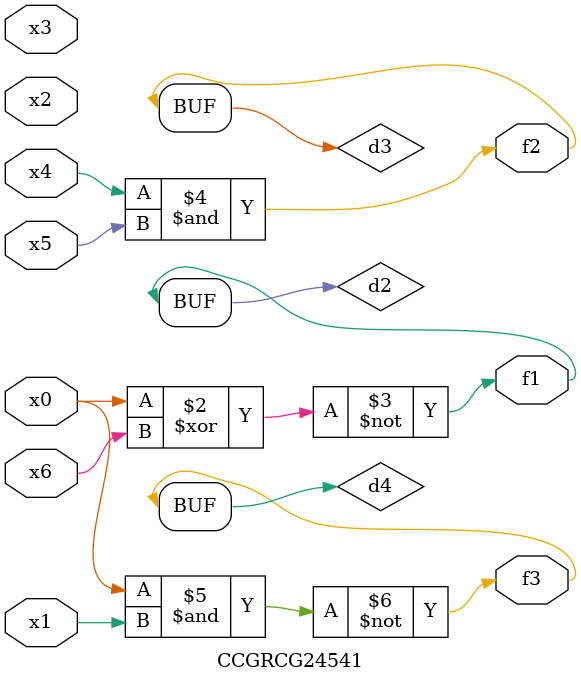
<source format=v>
module CCGRCG24541(
	input x0, x1, x2, x3, x4, x5, x6,
	output f1, f2, f3
);

	wire d1, d2, d3, d4;

	nor (d1, x0);
	xnor (d2, x0, x6);
	and (d3, x4, x5);
	nand (d4, x0, x1);
	assign f1 = d2;
	assign f2 = d3;
	assign f3 = d4;
endmodule

</source>
